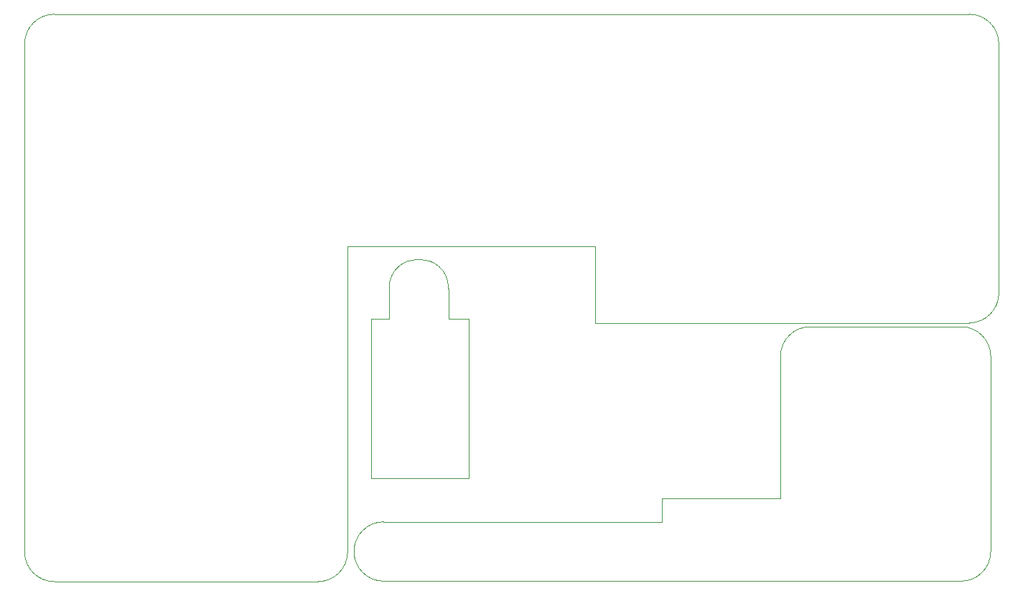
<source format=gm1>
%TF.GenerationSoftware,KiCad,Pcbnew,8.0.8*%
%TF.CreationDate,2025-02-15T01:08:23-07:00*%
%TF.ProjectId,ECE Capstone PCB Design,45434520-4361-4707-9374-6f6e65205043,rev?*%
%TF.SameCoordinates,Original*%
%TF.FileFunction,Profile,NP*%
%FSLAX46Y46*%
G04 Gerber Fmt 4.6, Leading zero omitted, Abs format (unit mm)*
G04 Created by KiCad (PCBNEW 8.0.8) date 2025-02-15 01:08:23*
%MOMM*%
%LPD*%
G01*
G04 APERTURE LIST*
%TA.AperFunction,Profile*%
%ADD10C,0.050000*%
%TD*%
G04 APERTURE END LIST*
D10*
X197750000Y-106950000D02*
X164950000Y-106950000D01*
X237500000Y-50600000D02*
X237500000Y-80000000D01*
X160710000Y-74500000D02*
X189860000Y-74500000D01*
X160700000Y-110500000D02*
G75*
G02*
X157200000Y-114000000I-3500000J0D01*
G01*
X236550000Y-110450000D02*
G75*
G02*
X233050000Y-113950000I-3500000J0D01*
G01*
X211750000Y-104150000D02*
X211750000Y-87450000D01*
X189860000Y-74500000D02*
X189860000Y-83500000D01*
X161450000Y-110450000D02*
G75*
G02*
X164950000Y-106950000I3500000J0D01*
G01*
X122600000Y-110500000D02*
X122600000Y-50600000D01*
X126100000Y-114000000D02*
G75*
G02*
X122600000Y-110500000I0J3500000D01*
G01*
X160700000Y-110500000D02*
X160710000Y-74500000D01*
X233050000Y-113950000D02*
X164950000Y-113950000D01*
X157200000Y-114000000D02*
X126100000Y-114000000D01*
X122600000Y-50600000D02*
G75*
G02*
X126100000Y-47100000I3500000J0D01*
G01*
X237500000Y-80000000D02*
G75*
G02*
X234000000Y-83500000I-3500000J0D01*
G01*
X233050000Y-83950000D02*
G75*
G02*
X236550000Y-87450000I0J-3500000D01*
G01*
X236550000Y-110450000D02*
X236550000Y-87450000D01*
X126100000Y-47100000D02*
X234000000Y-47100000D01*
X197750000Y-104150000D02*
X211750000Y-104150000D01*
X234000000Y-83500000D02*
X189860000Y-83500000D01*
X197750000Y-106950000D02*
X197750000Y-104150000D01*
X234000000Y-47100000D02*
G75*
G02*
X237500000Y-50600000I0J-3500000D01*
G01*
X164950000Y-113950000D02*
G75*
G02*
X161450000Y-110450000I0J3500000D01*
G01*
X215250000Y-83950000D02*
X233050000Y-83950000D01*
X211750000Y-87450000D02*
G75*
G02*
X215250000Y-83950000I3500000J0D01*
G01*
X165590000Y-79490000D02*
X165590000Y-83000000D01*
X174990000Y-101780000D02*
X175000000Y-83000000D01*
X163500000Y-83000000D02*
X165590000Y-83000000D01*
X172590000Y-83000000D02*
X175000000Y-83000000D01*
X172590000Y-79490000D02*
X172590000Y-83000000D01*
X163490000Y-101780000D02*
X163500000Y-83000000D01*
X174990000Y-101780000D02*
X163490000Y-101780000D01*
X165590000Y-79490000D02*
G75*
G02*
X172590000Y-79490000I3500000J0D01*
G01*
M02*

</source>
